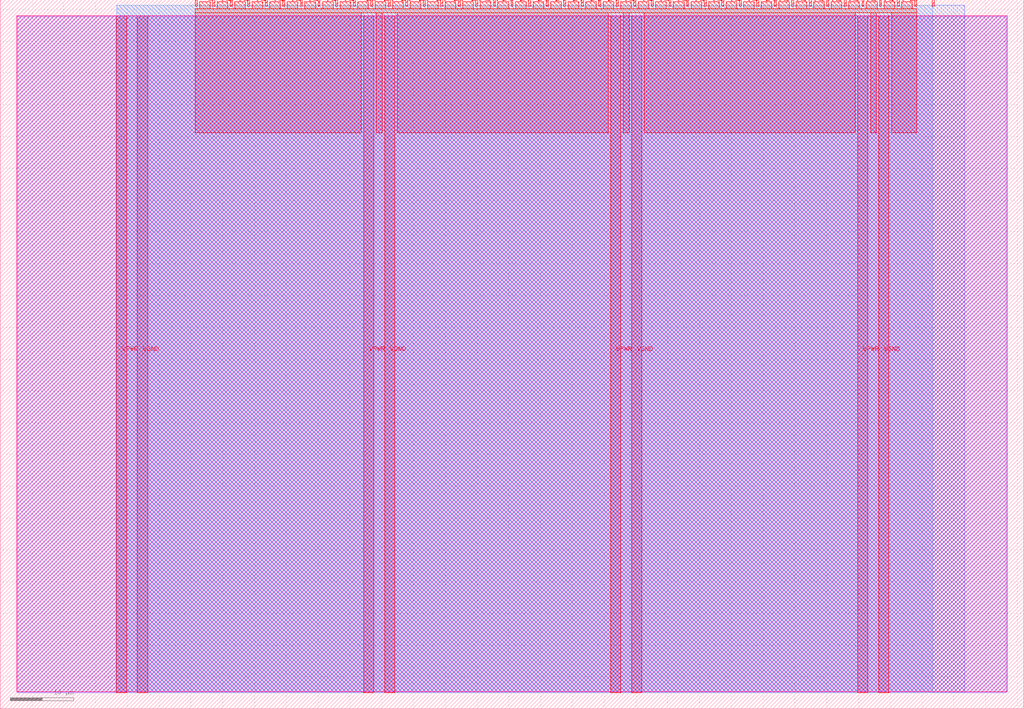
<source format=lef>
VERSION 5.7 ;
  NOWIREEXTENSIONATPIN ON ;
  DIVIDERCHAR "/" ;
  BUSBITCHARS "[]" ;
MACRO tt_um_lfsr_stevej
  CLASS BLOCK ;
  FOREIGN tt_um_lfsr_stevej ;
  ORIGIN 0.000 0.000 ;
  SIZE 161.000 BY 111.520 ;
  PIN VGND
    DIRECTION INOUT ;
    USE GROUND ;
    PORT
      LAYER met4 ;
        RECT 21.580 2.480 23.180 109.040 ;
    END
    PORT
      LAYER met4 ;
        RECT 60.450 2.480 62.050 109.040 ;
    END
    PORT
      LAYER met4 ;
        RECT 99.320 2.480 100.920 109.040 ;
    END
    PORT
      LAYER met4 ;
        RECT 138.190 2.480 139.790 109.040 ;
    END
  END VGND
  PIN VPWR
    DIRECTION INOUT ;
    USE POWER ;
    PORT
      LAYER met4 ;
        RECT 18.280 2.480 19.880 109.040 ;
    END
    PORT
      LAYER met4 ;
        RECT 57.150 2.480 58.750 109.040 ;
    END
    PORT
      LAYER met4 ;
        RECT 96.020 2.480 97.620 109.040 ;
    END
    PORT
      LAYER met4 ;
        RECT 134.890 2.480 136.490 109.040 ;
    END
  END VPWR
  PIN clk
    DIRECTION INPUT ;
    USE SIGNAL ;
    ANTENNAGATEAREA 0.852000 ;
    PORT
      LAYER met4 ;
        RECT 143.830 110.520 144.130 111.520 ;
    END
  END clk
  PIN ena
    DIRECTION INPUT ;
    USE SIGNAL ;
    PORT
      LAYER met4 ;
        RECT 146.590 110.520 146.890 111.520 ;
    END
  END ena
  PIN rst_n
    DIRECTION INPUT ;
    USE SIGNAL ;
    ANTENNAGATEAREA 0.196500 ;
    PORT
      LAYER met4 ;
        RECT 141.070 110.520 141.370 111.520 ;
    END
  END rst_n
  PIN ui_in[0]
    DIRECTION INPUT ;
    USE SIGNAL ;
    ANTENNAGATEAREA 0.196500 ;
    PORT
      LAYER met4 ;
        RECT 138.310 110.520 138.610 111.520 ;
    END
  END ui_in[0]
  PIN ui_in[1]
    DIRECTION INPUT ;
    USE SIGNAL ;
    ANTENNAGATEAREA 0.196500 ;
    PORT
      LAYER met4 ;
        RECT 135.550 110.520 135.850 111.520 ;
    END
  END ui_in[1]
  PIN ui_in[2]
    DIRECTION INPUT ;
    USE SIGNAL ;
    ANTENNAGATEAREA 0.196500 ;
    PORT
      LAYER met4 ;
        RECT 132.790 110.520 133.090 111.520 ;
    END
  END ui_in[2]
  PIN ui_in[3]
    DIRECTION INPUT ;
    USE SIGNAL ;
    ANTENNAGATEAREA 0.196500 ;
    PORT
      LAYER met4 ;
        RECT 130.030 110.520 130.330 111.520 ;
    END
  END ui_in[3]
  PIN ui_in[4]
    DIRECTION INPUT ;
    USE SIGNAL ;
    ANTENNAGATEAREA 0.196500 ;
    PORT
      LAYER met4 ;
        RECT 127.270 110.520 127.570 111.520 ;
    END
  END ui_in[4]
  PIN ui_in[5]
    DIRECTION INPUT ;
    USE SIGNAL ;
    ANTENNAGATEAREA 0.196500 ;
    PORT
      LAYER met4 ;
        RECT 124.510 110.520 124.810 111.520 ;
    END
  END ui_in[5]
  PIN ui_in[6]
    DIRECTION INPUT ;
    USE SIGNAL ;
    ANTENNAGATEAREA 0.196500 ;
    PORT
      LAYER met4 ;
        RECT 121.750 110.520 122.050 111.520 ;
    END
  END ui_in[6]
  PIN ui_in[7]
    DIRECTION INPUT ;
    USE SIGNAL ;
    ANTENNAGATEAREA 0.196500 ;
    PORT
      LAYER met4 ;
        RECT 118.990 110.520 119.290 111.520 ;
    END
  END ui_in[7]
  PIN uio_in[0]
    DIRECTION INPUT ;
    USE SIGNAL ;
    ANTENNAGATEAREA 0.213000 ;
    PORT
      LAYER met4 ;
        RECT 116.230 110.520 116.530 111.520 ;
    END
  END uio_in[0]
  PIN uio_in[1]
    DIRECTION INPUT ;
    USE SIGNAL ;
    PORT
      LAYER met4 ;
        RECT 113.470 110.520 113.770 111.520 ;
    END
  END uio_in[1]
  PIN uio_in[2]
    DIRECTION INPUT ;
    USE SIGNAL ;
    PORT
      LAYER met4 ;
        RECT 110.710 110.520 111.010 111.520 ;
    END
  END uio_in[2]
  PIN uio_in[3]
    DIRECTION INPUT ;
    USE SIGNAL ;
    PORT
      LAYER met4 ;
        RECT 107.950 110.520 108.250 111.520 ;
    END
  END uio_in[3]
  PIN uio_in[4]
    DIRECTION INPUT ;
    USE SIGNAL ;
    PORT
      LAYER met4 ;
        RECT 105.190 110.520 105.490 111.520 ;
    END
  END uio_in[4]
  PIN uio_in[5]
    DIRECTION INPUT ;
    USE SIGNAL ;
    PORT
      LAYER met4 ;
        RECT 102.430 110.520 102.730 111.520 ;
    END
  END uio_in[5]
  PIN uio_in[6]
    DIRECTION INPUT ;
    USE SIGNAL ;
    PORT
      LAYER met4 ;
        RECT 99.670 110.520 99.970 111.520 ;
    END
  END uio_in[6]
  PIN uio_in[7]
    DIRECTION INPUT ;
    USE SIGNAL ;
    PORT
      LAYER met4 ;
        RECT 96.910 110.520 97.210 111.520 ;
    END
  END uio_in[7]
  PIN uio_oe[0]
    DIRECTION OUTPUT ;
    USE SIGNAL ;
    PORT
      LAYER met4 ;
        RECT 49.990 110.520 50.290 111.520 ;
    END
  END uio_oe[0]
  PIN uio_oe[1]
    DIRECTION OUTPUT ;
    USE SIGNAL ;
    PORT
      LAYER met4 ;
        RECT 47.230 110.520 47.530 111.520 ;
    END
  END uio_oe[1]
  PIN uio_oe[2]
    DIRECTION OUTPUT ;
    USE SIGNAL ;
    PORT
      LAYER met4 ;
        RECT 44.470 110.520 44.770 111.520 ;
    END
  END uio_oe[2]
  PIN uio_oe[3]
    DIRECTION OUTPUT ;
    USE SIGNAL ;
    PORT
      LAYER met4 ;
        RECT 41.710 110.520 42.010 111.520 ;
    END
  END uio_oe[3]
  PIN uio_oe[4]
    DIRECTION OUTPUT ;
    USE SIGNAL ;
    PORT
      LAYER met4 ;
        RECT 38.950 110.520 39.250 111.520 ;
    END
  END uio_oe[4]
  PIN uio_oe[5]
    DIRECTION OUTPUT ;
    USE SIGNAL ;
    PORT
      LAYER met4 ;
        RECT 36.190 110.520 36.490 111.520 ;
    END
  END uio_oe[5]
  PIN uio_oe[6]
    DIRECTION OUTPUT ;
    USE SIGNAL ;
    PORT
      LAYER met4 ;
        RECT 33.430 110.520 33.730 111.520 ;
    END
  END uio_oe[6]
  PIN uio_oe[7]
    DIRECTION OUTPUT ;
    USE SIGNAL ;
    PORT
      LAYER met4 ;
        RECT 30.670 110.520 30.970 111.520 ;
    END
  END uio_oe[7]
  PIN uio_out[0]
    DIRECTION OUTPUT ;
    USE SIGNAL ;
    PORT
      LAYER met4 ;
        RECT 72.070 110.520 72.370 111.520 ;
    END
  END uio_out[0]
  PIN uio_out[1]
    DIRECTION OUTPUT ;
    USE SIGNAL ;
    PORT
      LAYER met4 ;
        RECT 69.310 110.520 69.610 111.520 ;
    END
  END uio_out[1]
  PIN uio_out[2]
    DIRECTION OUTPUT ;
    USE SIGNAL ;
    PORT
      LAYER met4 ;
        RECT 66.550 110.520 66.850 111.520 ;
    END
  END uio_out[2]
  PIN uio_out[3]
    DIRECTION OUTPUT ;
    USE SIGNAL ;
    PORT
      LAYER met4 ;
        RECT 63.790 110.520 64.090 111.520 ;
    END
  END uio_out[3]
  PIN uio_out[4]
    DIRECTION OUTPUT ;
    USE SIGNAL ;
    PORT
      LAYER met4 ;
        RECT 61.030 110.520 61.330 111.520 ;
    END
  END uio_out[4]
  PIN uio_out[5]
    DIRECTION OUTPUT ;
    USE SIGNAL ;
    PORT
      LAYER met4 ;
        RECT 58.270 110.520 58.570 111.520 ;
    END
  END uio_out[5]
  PIN uio_out[6]
    DIRECTION OUTPUT ;
    USE SIGNAL ;
    PORT
      LAYER met4 ;
        RECT 55.510 110.520 55.810 111.520 ;
    END
  END uio_out[6]
  PIN uio_out[7]
    DIRECTION OUTPUT ;
    USE SIGNAL ;
    PORT
      LAYER met4 ;
        RECT 52.750 110.520 53.050 111.520 ;
    END
  END uio_out[7]
  PIN uo_out[0]
    DIRECTION OUTPUT ;
    USE SIGNAL ;
    ANTENNAGATEAREA 0.126000 ;
    ANTENNADIFFAREA 0.891000 ;
    PORT
      LAYER met4 ;
        RECT 94.150 110.520 94.450 111.520 ;
    END
  END uo_out[0]
  PIN uo_out[1]
    DIRECTION OUTPUT ;
    USE SIGNAL ;
    ANTENNAGATEAREA 0.126000 ;
    ANTENNADIFFAREA 0.891000 ;
    PORT
      LAYER met4 ;
        RECT 91.390 110.520 91.690 111.520 ;
    END
  END uo_out[1]
  PIN uo_out[2]
    DIRECTION OUTPUT ;
    USE SIGNAL ;
    ANTENNAGATEAREA 0.126000 ;
    ANTENNADIFFAREA 0.891000 ;
    PORT
      LAYER met4 ;
        RECT 88.630 110.520 88.930 111.520 ;
    END
  END uo_out[2]
  PIN uo_out[3]
    DIRECTION OUTPUT ;
    USE SIGNAL ;
    ANTENNAGATEAREA 0.126000 ;
    ANTENNADIFFAREA 0.445500 ;
    PORT
      LAYER met4 ;
        RECT 85.870 110.520 86.170 111.520 ;
    END
  END uo_out[3]
  PIN uo_out[4]
    DIRECTION OUTPUT ;
    USE SIGNAL ;
    ANTENNAGATEAREA 0.126000 ;
    ANTENNADIFFAREA 0.445500 ;
    PORT
      LAYER met4 ;
        RECT 83.110 110.520 83.410 111.520 ;
    END
  END uo_out[4]
  PIN uo_out[5]
    DIRECTION OUTPUT ;
    USE SIGNAL ;
    ANTENNAGATEAREA 0.126000 ;
    ANTENNADIFFAREA 0.445500 ;
    PORT
      LAYER met4 ;
        RECT 80.350 110.520 80.650 111.520 ;
    END
  END uo_out[5]
  PIN uo_out[6]
    DIRECTION OUTPUT ;
    USE SIGNAL ;
    ANTENNAGATEAREA 0.621000 ;
    ANTENNADIFFAREA 0.891000 ;
    PORT
      LAYER met4 ;
        RECT 77.590 110.520 77.890 111.520 ;
    END
  END uo_out[6]
  PIN uo_out[7]
    DIRECTION OUTPUT ;
    USE SIGNAL ;
    ANTENNAGATEAREA 0.495000 ;
    ANTENNADIFFAREA 0.891000 ;
    PORT
      LAYER met4 ;
        RECT 74.830 110.520 75.130 111.520 ;
    END
  END uo_out[7]
  OBS
      LAYER nwell ;
        RECT 2.570 2.635 158.430 108.990 ;
      LAYER li1 ;
        RECT 2.760 2.635 158.240 108.885 ;
      LAYER met1 ;
        RECT 2.760 2.480 158.240 109.040 ;
      LAYER met2 ;
        RECT 18.310 2.535 151.700 110.685 ;
      LAYER met3 ;
        RECT 18.290 2.555 146.675 110.665 ;
      LAYER met4 ;
        RECT 31.370 110.120 33.030 111.170 ;
        RECT 34.130 110.120 35.790 111.170 ;
        RECT 36.890 110.120 38.550 111.170 ;
        RECT 39.650 110.120 41.310 111.170 ;
        RECT 42.410 110.120 44.070 111.170 ;
        RECT 45.170 110.120 46.830 111.170 ;
        RECT 47.930 110.120 49.590 111.170 ;
        RECT 50.690 110.120 52.350 111.170 ;
        RECT 53.450 110.120 55.110 111.170 ;
        RECT 56.210 110.120 57.870 111.170 ;
        RECT 58.970 110.120 60.630 111.170 ;
        RECT 61.730 110.120 63.390 111.170 ;
        RECT 64.490 110.120 66.150 111.170 ;
        RECT 67.250 110.120 68.910 111.170 ;
        RECT 70.010 110.120 71.670 111.170 ;
        RECT 72.770 110.120 74.430 111.170 ;
        RECT 75.530 110.120 77.190 111.170 ;
        RECT 78.290 110.120 79.950 111.170 ;
        RECT 81.050 110.120 82.710 111.170 ;
        RECT 83.810 110.120 85.470 111.170 ;
        RECT 86.570 110.120 88.230 111.170 ;
        RECT 89.330 110.120 90.990 111.170 ;
        RECT 92.090 110.120 93.750 111.170 ;
        RECT 94.850 110.120 96.510 111.170 ;
        RECT 97.610 110.120 99.270 111.170 ;
        RECT 100.370 110.120 102.030 111.170 ;
        RECT 103.130 110.120 104.790 111.170 ;
        RECT 105.890 110.120 107.550 111.170 ;
        RECT 108.650 110.120 110.310 111.170 ;
        RECT 111.410 110.120 113.070 111.170 ;
        RECT 114.170 110.120 115.830 111.170 ;
        RECT 116.930 110.120 118.590 111.170 ;
        RECT 119.690 110.120 121.350 111.170 ;
        RECT 122.450 110.120 124.110 111.170 ;
        RECT 125.210 110.120 126.870 111.170 ;
        RECT 127.970 110.120 129.630 111.170 ;
        RECT 130.730 110.120 132.390 111.170 ;
        RECT 133.490 110.120 135.150 111.170 ;
        RECT 136.250 110.120 137.910 111.170 ;
        RECT 139.010 110.120 140.670 111.170 ;
        RECT 141.770 110.120 143.430 111.170 ;
        RECT 30.655 109.440 144.145 110.120 ;
        RECT 30.655 90.615 56.750 109.440 ;
        RECT 59.150 90.615 60.050 109.440 ;
        RECT 62.450 90.615 95.620 109.440 ;
        RECT 98.020 90.615 98.920 109.440 ;
        RECT 101.320 90.615 134.490 109.440 ;
        RECT 136.890 90.615 137.790 109.440 ;
        RECT 140.190 90.615 144.145 109.440 ;
  END
END tt_um_lfsr_stevej
END LIBRARY


</source>
